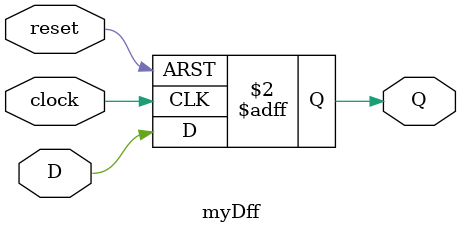
<source format=v>

/*
		to latch the value for pc
*/
module pc(clock, reset, pc_in, pc_out);
	input clock, reset;
	input [31:0] pc_in;
	output [31:0] pc_out;
		
	myDff dff0(clock, pc_in[0], pc_out[0], reset);
	myDff dff1(clock, pc_in[1], pc_out[1], reset);
	myDff dff2(clock, pc_in[2], pc_out[2], reset);
	myDff dff3(clock, pc_in[3], pc_out[3], reset);
	myDff dff4(clock, pc_in[4], pc_out[4], reset);
	myDff dff5(clock, pc_in[5], pc_out[5], reset);
	myDff dff6(clock, pc_in[6], pc_out[6], reset);
	myDff dff7(clock, pc_in[7], pc_out[7], reset);
	myDff dff8(clock, pc_in[8], pc_out[8], reset);
	myDff dff9(clock, pc_in[9], pc_out[9], reset);
	myDff dff10(clock, pc_in[10], pc_out[10], reset);
	myDff dff11(clock, pc_in[11], pc_out[11], reset);
	myDff dff12(clock, pc_in[12], pc_out[12], reset);
	myDff dff13(clock, pc_in[13], pc_out[13], reset);
	myDff dff14(clock, pc_in[14], pc_out[14], reset);
	myDff dff15(clock, pc_in[15], pc_out[15], reset);
	myDff dff16(clock, pc_in[16], pc_out[16], reset);
	myDff dff17(clock, pc_in[17], pc_out[17], reset);
	myDff dff18(clock, pc_in[18], pc_out[18], reset);
	myDff dff19(clock, pc_in[19], pc_out[19], reset);
	myDff dff20(clock, pc_in[20], pc_out[20], reset);
	myDff dff21(clock, pc_in[21], pc_out[21], reset);
	myDff dff22(clock, pc_in[22], pc_out[22], reset);
	myDff dff23(clock, pc_in[23], pc_out[23], reset);
	myDff dff24(clock, pc_in[24], pc_out[24], reset);
	myDff dff25(clock, pc_in[25], pc_out[25], reset);
	myDff dff26(clock, pc_in[26], pc_out[26], reset);
	myDff dff27(clock, pc_in[27], pc_out[27], reset);
	myDff dff28(clock, pc_in[28], pc_out[28], reset);
	myDff dff29(clock, pc_in[29], pc_out[29], reset);
	myDff dff30(clock, pc_in[30], pc_out[30], reset);
	myDff dff31(clock, pc_in[31], pc_out[31], reset);


endmodule

module myDff(clock, D, Q, reset);
	input clock, D;
	input reset;
	output reg Q;
	
	always @(posedge clock or posedge reset)
		begin
			if(reset)
				begin
					Q = 1'b0;
				end
			else
				begin
					Q = D;
				end
		end


endmodule
</source>
